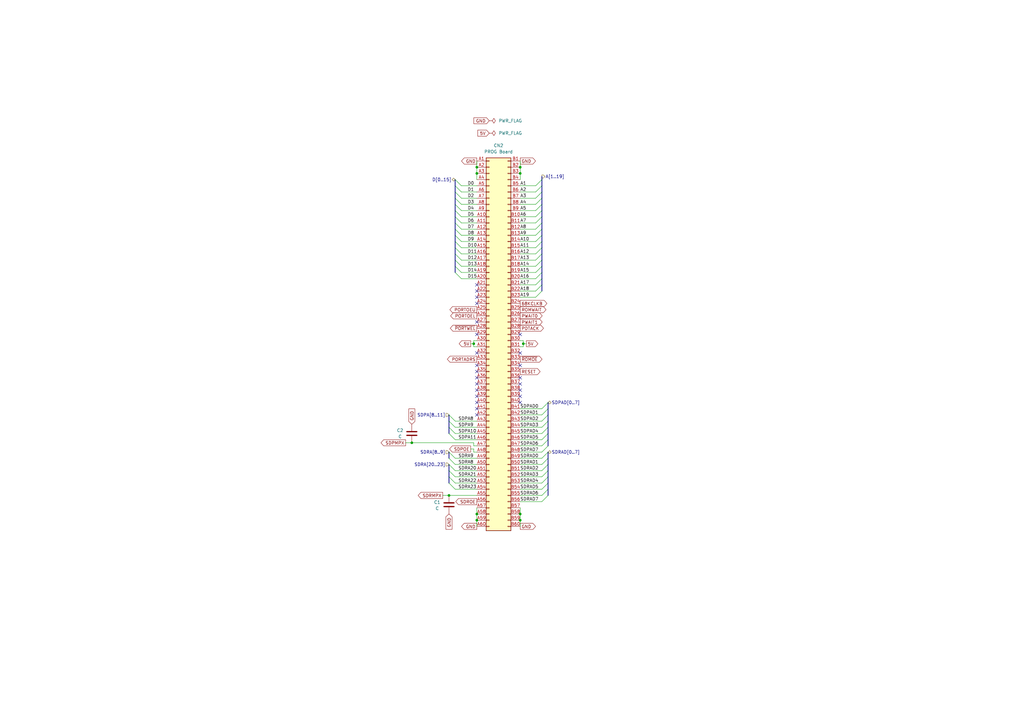
<source format=kicad_sch>
(kicad_sch (version 20250114) (generator "eeschema") (generator_version "9.0")
  (paper "A3")
  (title_block (title "King of Fighters '97 - PROGBK1") (date "2025-02-14") (comment 1 "Not an original schematic") (comment 2 "Reversed from physical copy"))
  (lib_symbols
    (symbol "Device:C" (pin_numbers (hide yes)) (pin_names (offset 0.254))
      (property "Reference" "C" (at 0.635 2.54 0))
      (property "Value" "C" (at 0.635 -2.54 0))
      (symbol "C_0_1"
        (polyline (pts (xy -2.032 0.762) (xy 2.032 0.762)) (stroke (width 0.508)))
        (polyline (pts (xy -2.032 -0.762) (xy 2.032 -0.762)) (stroke (width 0.508)))
      )
      (symbol "C_1_1"
        (pin passive line (at 0 3.81 270) (length 2.794) (name "~") (number "1"))
        (pin passive line (at 0 -3.81 90) (length 2.794) (name "~") (number "2"))
      )
    )
    (symbol "Neo Geo:Cartridge Slot_2x60" (pin_names (offset 1.016) (hide yes))
      (property "Reference" "CN" (at 0 76.2 0))
      (property "Value" "Cartridge_Slot_2x60" (at -0.254 -79.756 0))
      (symbol "Cartridge Slot_2x60_1_1"
        (rectangle (start -5.08 74.93) (end 5.08 -77.978) (stroke (width 0.254)) (fill (type background)))
        (rectangle (start -5.08 73.787) (end -3.81 73.533) (stroke (width 0.1524)))
        (rectangle (start -5.08 71.247) (end -3.81 70.993) (stroke (width 0.1524)))
        (rectangle (start -5.08 68.707) (end -3.81 68.453) (stroke (width 0.1524)))
        (rectangle (start -5.08 66.167) (end -3.81 65.913) (stroke (width 0.1524)))
        (rectangle (start -5.08 63.627) (end -3.81 63.373) (stroke (width 0.1524)))
        (rectangle (start -5.08 61.087) (end -3.81 60.833) (stroke (width 0.1524)))
        (rectangle (start -5.08 58.547) (end -3.81 58.293) (stroke (width 0.1524)))
        (rectangle (start -5.08 56.007) (end -3.81 55.753) (stroke (width 0.1524)))
        (rectangle (start -5.08 53.467) (end -3.81 53.213) (stroke (width 0.1524)))
        (rectangle (start -5.08 50.927) (end -3.81 50.673) (stroke (width 0.1524)))
        (rectangle (start -5.08 48.387) (end -3.81 48.133) (stroke (width 0.1524)))
        (rectangle (start -5.08 45.847) (end -3.81 45.593) (stroke (width 0.1524)))
        (rectangle (start -5.08 43.307) (end -3.81 43.053) (stroke (width 0.1524)))
        (rectangle (start -5.08 40.767) (end -3.81 40.513) (stroke (width 0.1524)))
        (rectangle (start -5.08 38.227) (end -3.81 37.973) (stroke (width 0.1524)))
        (rectangle (start -5.08 35.687) (end -3.81 35.433) (stroke (width 0.1524)))
        (rectangle (start -5.08 33.147) (end -3.81 32.893) (stroke (width 0.1524)))
        (rectangle (start -5.08 30.607) (end -3.81 30.353) (stroke (width 0.1524)))
        (rectangle (start -5.08 28.067) (end -3.81 27.813) (stroke (width 0.1524)))
        (rectangle (start -5.08 25.527) (end -3.81 25.273) (stroke (width 0.1524)))
        (rectangle (start -5.08 22.987) (end -3.81 22.733) (stroke (width 0.1524)))
        (rectangle (start -5.08 20.447) (end -3.81 20.193) (stroke (width 0.1524)))
        (rectangle (start -5.08 17.907) (end -3.81 17.653) (stroke (width 0.1524)))
        (rectangle (start -5.08 15.367) (end -3.81 15.113) (stroke (width 0.1524)))
        (rectangle (start -5.08 12.827) (end -3.81 12.573) (stroke (width 0.1524)))
        (rectangle (start -5.08 10.287) (end -3.81 10.033) (stroke (width 0.1524)))
        (rectangle (start -5.08 7.747) (end -3.81 7.493) (stroke (width 0.1524)))
        (rectangle (start -5.08 5.207) (end -3.81 4.953) (stroke (width 0.1524)))
        (rectangle (start -5.08 2.667) (end -3.81 2.413) (stroke (width 0.1524)))
        (rectangle (start -5.08 0.127) (end -3.81 -0.127) (stroke (width 0.1524)))
        (rectangle (start -5.08 -2.413) (end -3.81 -2.667) (stroke (width 0.1524)))
        (rectangle (start -5.08 -4.953) (end -3.81 -5.207) (stroke (width 0.1524)))
        (rectangle (start -5.08 -7.493) (end -3.81 -7.747) (stroke (width 0.1524)))
        (rectangle (start -5.08 -10.033) (end -3.81 -10.287) (stroke (width 0.1524)))
        (rectangle (start -5.08 -12.573) (end -3.81 -12.827) (stroke (width 0.1524)))
        (rectangle (start -5.08 -15.113) (end -3.81 -15.367) (stroke (width 0.1524)))
        (rectangle (start -5.08 -17.653) (end -3.81 -17.907) (stroke (width 0.1524)))
        (rectangle (start -5.08 -20.193) (end -3.81 -20.447) (stroke (width 0.1524)))
        (rectangle (start -5.08 -22.733) (end -3.81 -22.987) (stroke (width 0.1524)))
        (rectangle (start -5.08 -25.273) (end -3.81 -25.527) (stroke (width 0.1524)))
        (rectangle (start -5.08 -27.813) (end -3.81 -28.067) (stroke (width 0.1524)))
        (rectangle (start -5.08 -30.353) (end -3.81 -30.607) (stroke (width 0.1524)))
        (rectangle (start -5.08 -32.893) (end -3.81 -33.147) (stroke (width 0.1524)))
        (rectangle (start -5.08 -35.433) (end -3.81 -35.687) (stroke (width 0.1524)))
        (rectangle (start -5.08 -37.973) (end -3.81 -38.227) (stroke (width 0.1524)))
        (rectangle (start -5.08 -40.513) (end -3.81 -40.767) (stroke (width 0.1524)))
        (rectangle (start -5.08 -43.053) (end -3.81 -43.307) (stroke (width 0.1524)))
        (rectangle (start -5.08 -45.593) (end -3.81 -45.847) (stroke (width 0.1524)))
        (rectangle (start -5.08 -48.133) (end -3.81 -48.387) (stroke (width 0.1524)))
        (rectangle (start -5.08 -50.673) (end -3.81 -50.927) (stroke (width 0.1524)))
        (rectangle (start -5.08 -53.213) (end -3.81 -53.467) (stroke (width 0.1524)))
        (rectangle (start -5.08 -55.7276) (end -3.81 -56.007) (stroke (width 0.1524)))
        (rectangle (start -5.08 -58.293) (end -3.81 -58.547) (stroke (width 0.1524)))
        (rectangle (start -5.08 -60.833) (end -3.81 -61.087) (stroke (width 0.1524)))
        (rectangle (start -5.08 -63.373) (end -3.81 -63.627) (stroke (width 0.1524)))
        (rectangle (start -5.08 -65.913) (end -3.81 -66.167) (stroke (width 0.1524)))
        (rectangle (start -5.08 -68.453) (end -3.81 -68.707) (stroke (width 0.1524)))
        (rectangle (start -5.08 -70.993) (end -3.81 -71.247) (stroke (width 0.1524)))
        (rectangle (start -5.08 -73.533) (end -3.81 -73.787) (stroke (width 0.1524)))
        (rectangle (start -5.08 -76.073) (end -3.81 -76.327) (stroke (width 0.1524)))
        (rectangle (start 3.81 -50.673) (end 5.08 -50.927) (stroke (width 0.1524)))
        (rectangle (start 3.81 -53.213) (end 5.08 -53.467) (stroke (width 0.1524)))
        (rectangle (start 3.81 -55.753) (end 5.08 -56.007) (stroke (width 0.1524)))
        (rectangle (start 3.81 -58.293) (end 5.08 -58.547) (stroke (width 0.1524)))
        (rectangle (start 3.81 -60.833) (end 5.08 -61.087) (stroke (width 0.1524)))
        (rectangle (start 3.81 -63.373) (end 5.08 -63.627) (stroke (width 0.1524)))
        (rectangle (start 3.81 -65.913) (end 5.08 -66.167) (stroke (width 0.1524)))
        (rectangle (start 3.81 -68.453) (end 5.08 -68.707) (stroke (width 0.1524)))
        (rectangle (start 3.81 -70.993) (end 5.08 -71.247) (stroke (width 0.1524)))
        (rectangle (start 3.81 -73.533) (end 5.08 -73.787) (stroke (width 0.1524)))
        (rectangle (start 3.81 -76.073) (end 5.08 -76.327) (stroke (width 0.1524)))
        (rectangle (start 5.08 73.787) (end 3.81 73.533) (stroke (width 0.1524)))
        (rectangle (start 5.08 71.247) (end 3.81 70.993) (stroke (width 0.1524)))
        (rectangle (start 5.08 68.707) (end 3.81 68.453) (stroke (width 0.1524)))
        (rectangle (start 5.08 66.167) (end 3.81 65.913) (stroke (width 0.1524)))
        (rectangle (start 5.08 63.627) (end 3.81 63.373) (stroke (width 0.1524)))
        (rectangle (start 5.08 61.087) (end 3.81 60.833) (stroke (width 0.1524)))
        (rectangle (start 5.08 58.547) (end 3.81 58.293) (stroke (width 0.1524)))
        (rectangle (start 5.08 56.007) (end 3.81 55.753) (stroke (width 0.1524)))
        (rectangle (start 5.08 53.467) (end 3.81 53.213) (stroke (width 0.1524)))
        (rectangle (start 5.08 50.927) (end 3.81 50.673) (stroke (width 0.1524)))
        (rectangle (start 5.08 48.387) (end 3.81 48.133) (stroke (width 0.1524)))
        (rectangle (start 5.08 45.847) (end 3.81 45.593) (stroke (width 0.1524)))
        (rectangle (start 5.08 43.307) (end 3.81 43.053) (stroke (width 0.1524)))
        (rectangle (start 5.08 40.767) (end 3.81 40.513) (stroke (width 0.1524)))
        (rectangle (start 5.08 38.227) (end 3.81 37.973) (stroke (width 0.1524)))
        (rectangle (start 5.08 35.687) (end 3.81 35.433) (stroke (width 0.1524)))
        (rectangle (start 5.08 33.147) (end 3.81 32.893) (stroke (width 0.1524)))
        (rectangle (start 5.08 30.607) (end 3.81 30.353) (stroke (width 0.1524)))
        (rectangle (start 5.08 28.067) (end 3.81 27.813) (stroke (width 0.1524)))
        (rectangle (start 5.08 25.527) (end 3.81 25.273) (stroke (width 0.1524)))
        (rectangle (start 5.08 22.987) (end 3.81 22.733) (stroke (width 0.1524)))
        (rectangle (start 5.08 20.447) (end 3.81 20.193) (stroke (width 0.1524)))
        (rectangle (start 5.08 17.907) (end 3.81 17.653) (stroke (width 0.1524)))
        (rectangle (start 5.08 15.367) (end 3.81 15.113) (stroke (width 0.1524)))
        (rectangle (start 5.08 12.827) (end 3.81 12.573) (stroke (width 0.1524)))
        (rectangle (start 5.08 10.287) (end 3.81 10.033) (stroke (width 0.1524)))
        (rectangle (start 5.08 7.747) (end 3.81 7.493) (stroke (width 0.1524)))
        (rectangle (start 5.08 5.207) (end 3.81 4.953) (stroke (width 0.1524)))
        (rectangle (start 5.08 2.667) (end 3.81 2.413) (stroke (width 0.1524)))
        (rectangle (start 5.08 0.127) (end 3.81 -0.127) (stroke (width 0.1524)))
        (rectangle (start 5.08 -2.413) (end 3.81 -2.667) (stroke (width 0.1524)))
        (rectangle (start 5.08 -4.953) (end 3.81 -5.207) (stroke (width 0.1524)))
        (rectangle (start 5.08 -7.493) (end 3.81 -7.747) (stroke (width 0.1524)))
        (rectangle (start 5.08 -10.033) (end 3.81 -10.287) (stroke (width 0.1524)))
        (rectangle (start 5.08 -12.573) (end 3.81 -12.827) (stroke (width 0.1524)))
        (rectangle (start 5.08 -15.113) (end 3.81 -15.367) (stroke (width 0.1524)))
        (rectangle (start 5.08 -17.653) (end 3.81 -17.907) (stroke (width 0.1524)))
        (rectangle (start 5.08 -20.193) (end 3.81 -20.447) (stroke (width 0.1524)))
        (rectangle (start 5.08 -22.733) (end 3.81 -22.987) (stroke (width 0.1524)))
        (rectangle (start 5.08 -25.273) (end 3.81 -25.527) (stroke (width 0.1524)))
        (rectangle (start 5.08 -27.813) (end 3.81 -28.067) (stroke (width 0.1524)))
        (rectangle (start 5.08 -30.353) (end 3.81 -30.607) (stroke (width 0.1524)))
        (rectangle (start 5.08 -32.893) (end 3.81 -33.147) (stroke (width 0.1524)))
        (rectangle (start 5.08 -35.433) (end 3.81 -35.687) (stroke (width 0.1524)))
        (rectangle (start 5.08 -37.973) (end 3.81 -38.227) (stroke (width 0.1524)))
        (rectangle (start 5.08 -40.513) (end 3.81 -40.767) (stroke (width 0.1524)))
        (rectangle (start 5.08 -43.053) (end 3.81 -43.307) (stroke (width 0.1524)))
        (rectangle (start 5.08 -45.593) (end 3.81 -45.847) (stroke (width 0.1524)))
        (rectangle (start 5.08 -48.133) (end 3.81 -48.387) (stroke (width 0.1524)))
        (pin passive line (at -8.89 73.66 0) (length 3.81) (name "A1") (number "A1"))
        (pin passive line (at -8.89 71.12 0) (length 3.81) (name "A2") (number "A2"))
        (pin passive line (at -8.89 68.58 0) (length 3.81) (name "A3") (number "A3"))
        (pin passive line (at -8.89 66.04 0) (length 3.81) (name "A4") (number "A4"))
        (pin passive line (at -8.89 63.5 0) (length 3.81) (name "A5") (number "A5"))
        (pin passive line (at -8.89 60.96 0) (length 3.81) (name "A6") (number "A6"))
        (pin passive line (at -8.89 58.42 0) (length 3.81) (name "A7") (number "A7"))
        (pin passive line (at -8.89 55.88 0) (length 3.81) (name "A8") (number "A8"))
        (pin passive line (at -8.89 53.34 0) (length 3.81) (name "A9") (number "A9"))
        (pin passive line (at -8.89 50.8 0) (length 3.81) (name "A10") (number "A10"))
        (pin passive line (at -8.89 48.26 0) (length 3.81) (name "A11") (number "A11"))
        (pin passive line (at -8.89 45.72 0) (length 3.81) (name "A12") (number "A12"))
        (pin passive line (at -8.89 43.18 0) (length 3.81) (name "A13") (number "A13"))
        (pin passive line (at -8.89 40.64 0) (length 3.81) (name "A14") (number "A14"))
        (pin passive line (at -8.89 38.1 0) (length 3.81) (name "A15") (number "A15"))
        (pin passive line (at -8.89 35.56 0) (length 3.81) (name "A16") (number "A16"))
        (pin passive line (at -8.89 33.02 0) (length 3.81) (name "A17") (number "A17"))
        (pin passive line (at -8.89 30.48 0) (length 3.81) (name "A18") (number "A18"))
        (pin passive line (at -8.89 27.94 0) (length 3.81) (name "A19") (number "A19"))
        (pin passive line (at -8.89 25.4 0) (length 3.81) (name "A20") (number "A20"))
        (pin passive line (at -8.89 22.86 0) (length 3.81) (name "A21") (number "A21"))
        (pin passive line (at -8.89 20.32 0) (length 3.81) (name "A22") (number "A22"))
        (pin passive line (at -8.89 17.78 0) (length 3.81) (name "A23") (number "A23"))
        (pin passive line (at -8.89 15.24 0) (length 3.81) (name "A24") (number "A24"))
        (pin passive line (at -8.89 12.7 0) (length 3.81) (name "A25") (number "A25"))
        (pin passive line (at -8.89 10.16 0) (length 3.81) (name "A26") (number "A26"))
        (pin passive line (at -8.89 7.62 0) (length 3.81) (name "A27") (number "A27"))
        (pin passive line (at -8.89 5.08 0) (length 3.81) (name "A28") (number "A28"))
        (pin passive line (at -8.89 2.54 0) (length 3.81) (name "A29") (number "A29"))
        (pin passive line (at -8.89 0 0) (length 3.81) (name "A30") (number "A30"))
        (pin passive line (at -8.89 -2.54 0) (length 3.81) (name "A31") (number "A31"))
        (pin passive line (at -8.89 -5.08 0) (length 3.81) (name "A32") (number "A32"))
        (pin passive line (at -8.89 -7.62 0) (length 3.81) (name "A33") (number "A33"))
        (pin passive line (at -8.89 -10.16 0) (length 3.81) (name "A34") (number "A34"))
        (pin passive line (at -8.89 -12.7 0) (length 3.81) (name "A35") (number "A35"))
        (pin passive line (at -8.89 -15.24 0) (length 3.81) (name "A36") (number "A36"))
        (pin passive line (at -8.89 -17.78 0) (length 3.81) (name "A37") (number "A37"))
        (pin passive line (at -8.89 -20.32 0) (length 3.81) (name "A38") (number "A38"))
        (pin passive line (at -8.89 -22.86 0) (length 3.81) (name "A39") (number "A39"))
        (pin passive line (at -8.89 -25.4 0) (length 3.81) (name "A40") (number "A40"))
        (pin passive line (at -8.89 -27.94 0) (length 3.81) (name "A41") (number "A41"))
        (pin passive line (at -8.89 -30.48 0) (length 3.81) (name "A42") (number "A42"))
        (pin passive line (at -8.89 -33.02 0) (length 3.81) (name "A43") (number "A43"))
        (pin passive line (at -8.89 -35.56 0) (length 3.81) (name "A44") (number "A44"))
        (pin passive line (at -8.89 -38.1 0) (length 3.81) (name "A45") (number "A45"))
        (pin passive line (at -8.89 -40.64 0) (length 3.81) (name "A46") (number "A46"))
        (pin passive line (at -8.89 -43.18 0) (length 3.81) (name "A47") (number "A47"))
        (pin passive line (at -8.89 -45.72 0) (length 3.81) (name "A48") (number "A48"))
        (pin passive line (at -8.89 -48.26 0) (length 3.81) (name "A49") (number "A49"))
        (pin passive line (at -8.89 -50.8 0) (length 3.81) (name "A50") (number "A50"))
        (pin passive line (at -8.89 -53.34 0) (length 3.81) (name "A51") (number "A51"))
        (pin passive line (at -8.89 -55.88 0) (length 3.81) (name "A52") (number "A52"))
        (pin passive line (at -8.89 -58.42 0) (length 3.81) (name "A53") (number "A53"))
        (pin passive line (at -8.89 -60.96 0) (length 3.81) (name "A54") (number "A54"))
        (pin passive line (at -8.89 -63.5 0) (length 3.81) (name "A55") (number "A55"))
        (pin passive line (at -8.89 -66.04 0) (length 3.81) (name "A56") (number "A56"))
        (pin passive line (at -8.89 -68.58 0) (length 3.81) (name "A57") (number "A57"))
        (pin passive line (at -8.89 -71.12 0) (length 3.81) (name "A58") (number "A58"))
        (pin passive line (at -8.89 -73.66 0) (length 3.81) (name "A59") (number "A59"))
        (pin passive line (at -8.89 -76.2 0) (length 3.81) (name "A60") (number "A60"))
        (pin passive line (at 8.89 73.66 180) (length 3.81) (name "B1") (number "B1"))
        (pin passive line (at 8.89 71.12 180) (length 3.81) (name "B2") (number "B2"))
        (pin passive line (at 8.89 68.58 180) (length 3.81) (name "B3") (number "B3"))
        (pin passive line (at 8.89 66.04 180) (length 3.81) (name "B4") (number "B4"))
        (pin passive line (at 8.89 63.5 180) (length 3.81) (name "B5") (number "B5"))
        (pin passive line (at 8.89 60.96 180) (length 3.81) (name "B6") (number "B6"))
        (pin passive line (at 8.89 58.42 180) (length 3.81) (name "B7") (number "B7"))
        (pin passive line (at 8.89 55.88 180) (length 3.81) (name "B8") (number "B8"))
        (pin passive line (at 8.89 53.34 180) (length 3.81) (name "B9") (number "B9"))
        (pin passive line (at 8.89 50.8 180) (length 3.81) (name "B10") (number "B10"))
        (pin passive line (at 8.89 48.26 180) (length 3.81) (name "B11") (number "B11"))
        (pin passive line (at 8.89 45.72 180) (length 3.81) (name "B12") (number "B12"))
        (pin passive line (at 8.89 43.18 180) (length 3.81) (name "B13") (number "B13"))
        (pin passive line (at 8.89 40.64 180) (length 3.81) (name "B14") (number "B14"))
        (pin passive line (at 8.89 38.1 180) (length 3.81) (name "B15") (number "B15"))
        (pin passive line (at 8.89 35.56 180) (length 3.81) (name "B16") (number "B16"))
        (pin passive line (at 8.89 33.02 180) (length 3.81) (name "B17") (number "B17"))
        (pin passive line (at 8.89 30.48 180) (length 3.81) (name "B18") (number "B18"))
        (pin passive line (at 8.89 27.94 180) (length 3.81) (name "B19") (number "B19"))
        (pin passive line (at 8.89 25.4 180) (length 3.81) (name "B20") (number "B20"))
        (pin passive line (at 8.89 22.86 180) (length 3.81) (name "B21") (number "B21"))
        (pin passive line (at 8.89 20.32 180) (length 3.81) (name "B22") (number "B22"))
        (pin passive line (at 8.89 17.78 180) (length 3.81) (name "B23") (number "B23"))
        (pin passive line (at 8.89 15.24 180) (length 3.81) (name "B24") (number "B24"))
        (pin passive line (at 8.89 12.7 180) (length 3.81) (name "B25") (number "B25"))
        (pin passive line (at 8.89 10.16 180) (length 3.81) (name "B26") (number "B26"))
        (pin passive line (at 8.89 7.62 180) (length 3.81) (name "B27") (number "B27"))
        (pin passive line (at 8.89 5.08 180) (length 3.81) (name "B28") (number "B28"))
        (pin passive line (at 8.89 2.54 180) (length 3.81) (name "B29") (number "B29"))
        (pin passive line (at 8.89 0 180) (length 3.81) (name "B30") (number "B30"))
        (pin passive line (at 8.89 -2.54 180) (length 3.81) (name "B31") (number "B31"))
        (pin passive line (at 8.89 -5.08 180) (length 3.81) (name "B32") (number "B32"))
        (pin passive line (at 8.89 -7.62 180) (length 3.81) (name "B33") (number "B33"))
        (pin passive line (at 8.89 -10.16 180) (length 3.81) (name "B34") (number "B34"))
        (pin passive line (at 8.89 -12.7 180) (length 3.81) (name "B35") (number "B35"))
        (pin passive line (at 8.89 -15.24 180) (length 3.81) (name "B36") (number "B36"))
        (pin passive line (at 8.89 -17.78 180) (length 3.81) (name "B37") (number "B37"))
        (pin passive line (at 8.89 -20.32 180) (length 3.81) (name "B38") (number "B38"))
        (pin passive line (at 8.89 -22.86 180) (length 3.81) (name "B39") (number "B39"))
        (pin passive line (at 8.89 -25.4 180) (length 3.81) (name "B40") (number "B40"))
        (pin passive line (at 8.89 -27.94 180) (length 3.81) (name "B41") (number "B41"))
        (pin passive line (at 8.89 -30.48 180) (length 3.81) (name "B42") (number "B42"))
        (pin passive line (at 8.89 -33.02 180) (length 3.81) (name "B43") (number "B43"))
        (pin passive line (at 8.89 -35.56 180) (length 3.81) (name "B44") (number "B44"))
        (pin passive line (at 8.89 -38.1 180) (length 3.81) (name "B45") (number "B45"))
        (pin passive line (at 8.89 -40.64 180) (length 3.81) (name "B46") (number "B46"))
        (pin passive line (at 8.89 -43.18 180) (length 3.81) (name "B47") (number "B47"))
        (pin passive line (at 8.89 -45.72 180) (length 3.81) (name "B48") (number "B48"))
        (pin passive line (at 8.89 -48.26 180) (length 3.81) (name "B49") (number "B49"))
        (pin passive line (at 8.89 -50.8 180) (length 3.81) (name "B50") (number "B50"))
        (pin passive line (at 8.89 -53.34 180) (length 3.81) (name "B51") (number "B51"))
        (pin passive line (at 8.89 -55.88 180) (length 3.81) (name "B52") (number "B52"))
        (pin passive line (at 8.89 -58.42 180) (length 3.81) (name "B53") (number "B53"))
        (pin passive line (at 8.89 -60.96 180) (length 3.81) (name "B54") (number "B54"))
        (pin passive line (at 8.89 -63.5 180) (length 3.81) (name "B55") (number "B55"))
        (pin passive line (at 8.89 -66.04 180) (length 3.81) (name "B56") (number "B56"))
        (pin passive line (at 8.89 -68.58 180) (length 3.81) (name "B57") (number "B57"))
        (pin passive line (at 8.89 -71.12 180) (length 3.81) (name "B58") (number "B58"))
        (pin passive line (at 8.89 -73.66 180) (length 3.81) (name "B59") (number "B59"))
        (pin passive line (at 8.89 -76.2 180) (length 3.81) (name "B60") (number "B60"))
      )
    )
    (symbol "power:PWR_FLAG" (power) (pin_numbers (hide yes)) (pin_names (offset 0) (hide yes))
      (property "Value" "PWR_FLAG" (at 0 3.81 0))
      (symbol "PWR_FLAG_0_0"
        (pin power_out line (at 0 0 90) (length 0) (name "~") (number "1"))
      )
      (symbol "PWR_FLAG_0_1"
        (polyline (pts (xy 0 0) (xy 0 1.27) (xy -1.016 1.905) (xy 0 2.54) (xy 1.016 1.905) (xy 0 1.27)))
      )
    )
  )
  (junction (at 213.36 68.58))
  (junction (at 213.36 71.12))
  (junction (at 213.36 210.82))
  (junction (at 213.36 213.36))
  (junction (at 168.91 181.61))
  (junction (at 195.58 68.58))
  (junction (at 195.58 71.12))
  (junction (at 195.58 210.82))
  (junction (at 194.31 140.97))
  (junction (at 214.63 140.97))
  (junction (at 195.58 213.36))
  (junction (at 184.15 203.2))
  (no_connect (at 195.58 157.48))
  (no_connect (at 195.58 152.4))
  (no_connect (at 195.58 167.64))
  (no_connect (at 195.58 154.94))
  (no_connect (at 213.36 149.86))
  (no_connect (at 213.36 144.78))
  (no_connect (at 195.58 165.1))
  (no_connect (at 195.58 162.56))
  (no_connect (at 195.58 144.78))
  (no_connect (at 213.36 162.56))
  (no_connect (at 213.36 154.94))
  (no_connect (at 213.36 165.1))
  (no_connect (at 195.58 132.08))
  (no_connect (at 213.36 160.02))
  (no_connect (at 195.58 124.46))
  (no_connect (at 195.58 170.18))
  (no_connect (at 195.58 160.02))
  (no_connect (at 195.58 116.84))
  (no_connect (at 195.58 119.38))
  (no_connect (at 195.58 137.16))
  (no_connect (at 195.58 121.92))
  (no_connect (at 195.58 149.86))
  (no_connect (at 213.36 157.48))
  (no_connect (at 213.36 137.16))
  (bus_entry (at 224.79 193.04) (size -2.54 2.54))
  (bus_entry (at 224.79 180.34) (size -2.54 2.54))
  (bus_entry (at 184.15 195.58) (size 2.54 2.54))
  (bus_entry (at 186.69 109.22) (size 2.54 2.54))
  (bus_entry (at 186.69 106.68) (size 2.54 2.54))
  (bus_entry (at 186.69 91.44) (size 2.54 2.54))
  (bus_entry (at 222.25 111.76) (size -2.54 2.54))
  (bus_entry (at 224.79 200.66) (size -2.54 2.54))
  (bus_entry (at 222.25 114.3) (size -2.54 2.54))
  (bus_entry (at 224.79 167.64) (size -2.54 2.54))
  (bus_entry (at 186.69 78.74) (size 2.54 2.54))
  (bus_entry (at 222.25 99.06) (size -2.54 2.54))
  (bus_entry (at 184.15 170.18) (size 2.54 2.54))
  (bus_entry (at 184.15 190.5) (size 2.54 2.54))
  (bus_entry (at 186.69 88.9) (size 2.54 2.54))
  (bus_entry (at 186.69 83.82) (size 2.54 2.54))
  (bus_entry (at 222.25 101.6) (size -2.54 2.54))
  (bus_entry (at 222.25 93.98) (size -2.54 2.54))
  (bus_entry (at 224.79 175.26) (size -2.54 2.54))
  (bus_entry (at 224.79 185.42) (size -2.54 2.54))
  (bus_entry (at 184.15 193.04) (size 2.54 2.54))
  (bus_entry (at 222.25 106.68) (size -2.54 2.54))
  (bus_entry (at 222.25 104.14) (size -2.54 2.54))
  (bus_entry (at 222.25 86.36) (size -2.54 2.54))
  (bus_entry (at 186.69 81.28) (size 2.54 2.54))
  (bus_entry (at 222.25 81.28) (size -2.54 2.54))
  (bus_entry (at 222.25 91.44) (size -2.54 2.54))
  (bus_entry (at 224.79 190.5) (size -2.54 2.54))
  (bus_entry (at 184.15 175.26) (size 2.54 2.54))
  (bus_entry (at 224.79 187.96) (size -2.54 2.54))
  (bus_entry (at 184.15 177.8) (size 2.54 2.54))
  (bus_entry (at 186.69 73.66) (size 2.54 2.54))
  (bus_entry (at 222.25 76.2) (size -2.54 2.54))
  (bus_entry (at 186.69 86.36) (size 2.54 2.54))
  (bus_entry (at 224.79 198.12) (size -2.54 2.54))
  (bus_entry (at 186.69 104.14) (size 2.54 2.54))
  (bus_entry (at 186.69 111.76) (size 2.54 2.54))
  (bus_entry (at 224.79 195.58) (size -2.54 2.54))
  (bus_entry (at 186.69 76.2) (size 2.54 2.54))
  (bus_entry (at 224.79 203.2) (size -2.54 2.54))
  (bus_entry (at 224.79 170.18) (size -2.54 2.54))
  (bus_entry (at 184.15 187.96) (size 2.54 2.54))
  (bus_entry (at 186.69 99.06) (size 2.54 2.54))
  (bus_entry (at 224.79 172.72) (size -2.54 2.54))
  (bus_entry (at 184.15 198.12) (size 2.54 2.54))
  (bus_entry (at 222.25 78.74) (size -2.54 2.54))
  (bus_entry (at 222.25 83.82) (size -2.54 2.54))
  (bus_entry (at 186.69 101.6) (size 2.54 2.54))
  (bus_entry (at 222.25 109.22) (size -2.54 2.54))
  (bus_entry (at 186.69 96.52) (size 2.54 2.54))
  (bus_entry (at 186.69 93.98) (size 2.54 2.54))
  (bus_entry (at 184.15 185.42) (size 2.54 2.54))
  (bus_entry (at 222.25 88.9) (size -2.54 2.54))
  (bus_entry (at 224.79 182.88) (size -2.54 2.54))
  (bus_entry (at 222.25 96.52) (size -2.54 2.54))
  (bus_entry (at 222.25 73.66) (size -2.54 2.54))
  (bus_entry (at 222.25 116.84) (size -2.54 2.54))
  (bus_entry (at 224.79 165.1) (size -2.54 2.54))
  (bus_entry (at 224.79 177.8) (size -2.54 2.54))
  (bus_entry (at 184.15 172.72) (size 2.54 2.54))
  (bus_entry (at 222.25 119.38) (size -2.54 2.54))
  (wire (pts (xy 189.23 101.6) (xy 195.58 101.6)))
  (wire (pts (xy 213.36 205.74) (xy 222.25 205.74)))
  (wire (pts (xy 213.36 71.12) (xy 213.36 73.66)))
  (bus (pts (xy 224.79 175.26) (xy 224.79 177.8)))
  (wire (pts (xy 189.23 78.74) (xy 195.58 78.74)))
  (wire (pts (xy 186.69 190.5) (xy 195.58 190.5)))
  (bus (pts (xy 222.25 91.44) (xy 222.25 93.98)))
  (bus (pts (xy 222.25 78.74) (xy 222.25 81.28)))
  (bus (pts (xy 222.25 76.2) (xy 222.25 78.74)))
  (bus (pts (xy 186.69 83.82) (xy 186.69 86.36)))
  (wire (pts (xy 189.23 76.2) (xy 195.58 76.2)))
  (wire (pts (xy 193.04 184.15) (xy 194.31 184.15)))
  (wire (pts (xy 194.31 139.7) (xy 194.31 140.97)))
  (wire (pts (xy 214.63 142.24) (xy 213.36 142.24)))
  (bus (pts (xy 184.15 170.18) (xy 184.15 172.72)))
  (wire (pts (xy 213.36 111.76) (xy 219.71 111.76)))
  (bus (pts (xy 186.69 86.36) (xy 186.69 88.9)))
  (wire (pts (xy 213.36 213.36) (xy 213.36 210.82)))
  (bus (pts (xy 186.69 93.98) (xy 186.69 96.52)))
  (bus (pts (xy 224.79 193.04) (xy 224.79 195.58)))
  (wire (pts (xy 214.63 139.7) (xy 213.36 139.7)))
  (wire (pts (xy 215.9 140.97) (xy 214.63 140.97)))
  (wire (pts (xy 213.36 106.68) (xy 219.71 106.68)))
  (wire (pts (xy 194.31 184.15) (xy 194.31 185.42)))
  (bus (pts (xy 186.69 96.52) (xy 186.69 99.06)))
  (wire (pts (xy 213.36 114.3) (xy 219.71 114.3)))
  (wire (pts (xy 194.31 140.97) (xy 194.31 142.24)))
  (bus (pts (xy 186.69 76.2) (xy 186.69 78.74)))
  (wire (pts (xy 186.69 180.34) (xy 195.58 180.34)))
  (wire (pts (xy 186.69 195.58) (xy 195.58 195.58)))
  (bus (pts (xy 224.79 195.58) (xy 224.79 198.12)))
  (bus (pts (xy 222.25 109.22) (xy 222.25 111.76)))
  (bus (pts (xy 186.69 99.06) (xy 186.69 101.6)))
  (wire (pts (xy 189.23 83.82) (xy 195.58 83.82)))
  (bus (pts (xy 186.69 106.68) (xy 186.69 109.22)))
  (wire (pts (xy 213.36 101.6) (xy 219.71 101.6)))
  (wire (pts (xy 189.23 86.36) (xy 195.58 86.36)))
  (bus (pts (xy 224.79 177.8) (xy 224.79 180.34)))
  (wire (pts (xy 213.36 185.42) (xy 222.25 185.42)))
  (wire (pts (xy 213.36 198.12) (xy 222.25 198.12)))
  (wire (pts (xy 213.36 200.66) (xy 222.25 200.66)))
  (wire (pts (xy 213.36 210.82) (xy 213.36 208.28)))
  (bus (pts (xy 184.15 195.58) (xy 184.15 198.12)))
  (wire (pts (xy 195.58 71.12) (xy 195.58 73.66)))
  (wire (pts (xy 184.15 203.2) (xy 195.58 203.2)))
  (bus (pts (xy 224.79 180.34) (xy 224.79 182.88)))
  (wire (pts (xy 219.71 121.92) (xy 213.36 121.92)))
  (wire (pts (xy 213.36 91.44) (xy 219.71 91.44)))
  (wire (pts (xy 189.23 93.98) (xy 195.58 93.98)))
  (wire (pts (xy 213.36 109.22) (xy 219.71 109.22)))
  (wire (pts (xy 195.58 66.04) (xy 195.58 68.58)))
  (wire (pts (xy 213.36 81.28) (xy 219.71 81.28)))
  (bus (pts (xy 224.79 172.72) (xy 224.79 175.26)))
  (wire (pts (xy 186.69 172.72) (xy 195.58 172.72)))
  (bus (pts (xy 186.69 109.22) (xy 186.69 111.76)))
  (bus (pts (xy 184.15 172.72) (xy 184.15 175.26)))
  (bus (pts (xy 222.25 106.68) (xy 222.25 109.22)))
  (wire (pts (xy 189.23 88.9) (xy 195.58 88.9)))
  (bus (pts (xy 186.69 78.74) (xy 186.69 81.28)))
  (wire (pts (xy 213.36 175.26) (xy 222.25 175.26)))
  (bus (pts (xy 224.79 200.66) (xy 224.79 203.2)))
  (wire (pts (xy 213.36 93.98) (xy 219.71 93.98)))
  (wire (pts (xy 195.58 210.82) (xy 195.58 208.28)))
  (wire (pts (xy 213.36 88.9) (xy 219.71 88.9)))
  (wire (pts (xy 189.23 96.52) (xy 195.58 96.52)))
  (wire (pts (xy 213.36 193.04) (xy 222.25 193.04)))
  (wire (pts (xy 189.23 106.68) (xy 195.58 106.68)))
  (bus (pts (xy 222.25 111.76) (xy 222.25 114.3)))
  (bus (pts (xy 224.79 165.1) (xy 224.79 167.64)))
  (wire (pts (xy 213.36 116.84) (xy 219.71 116.84)))
  (wire (pts (xy 213.36 195.58) (xy 222.25 195.58)))
  (wire (pts (xy 213.36 167.64) (xy 222.25 167.64)))
  (wire (pts (xy 186.69 200.66) (xy 195.58 200.66)))
  (wire (pts (xy 213.36 104.14) (xy 219.71 104.14)))
  (wire (pts (xy 186.69 193.04) (xy 195.58 193.04)))
  (bus (pts (xy 222.25 73.66) (xy 222.25 76.2)))
  (wire (pts (xy 213.36 182.88) (xy 222.25 182.88)))
  (wire (pts (xy 222.25 170.18) (xy 213.36 170.18)))
  (wire (pts (xy 186.69 187.96) (xy 195.58 187.96)))
  (bus (pts (xy 222.25 88.9) (xy 222.25 91.44)))
  (bus (pts (xy 184.15 190.5) (xy 184.15 193.04)))
  (bus (pts (xy 222.25 96.52) (xy 222.25 99.06)))
  (bus (pts (xy 222.25 99.06) (xy 222.25 101.6)))
  (bus (pts (xy 186.69 104.14) (xy 186.69 106.68)))
  (wire (pts (xy 189.23 109.22) (xy 195.58 109.22)))
  (bus (pts (xy 186.69 73.66) (xy 186.69 76.2)))
  (bus (pts (xy 184.15 193.04) (xy 184.15 195.58)))
  (wire (pts (xy 189.23 91.44) (xy 195.58 91.44)))
  (wire (pts (xy 168.91 181.61) (xy 194.31 181.61)))
  (wire (pts (xy 193.04 140.97) (xy 194.31 140.97)))
  (bus (pts (xy 222.25 114.3) (xy 222.25 116.84)))
  (bus (pts (xy 224.79 167.64) (xy 224.79 170.18)))
  (wire (pts (xy 194.31 182.88) (xy 195.58 182.88)))
  (wire (pts (xy 189.23 104.14) (xy 195.58 104.14)))
  (wire (pts (xy 213.36 119.38) (xy 219.71 119.38)))
  (wire (pts (xy 213.36 78.74) (xy 219.71 78.74)))
  (bus (pts (xy 222.25 101.6) (xy 222.25 104.14)))
  (wire (pts (xy 194.31 142.24) (xy 195.58 142.24)))
  (bus (pts (xy 224.79 187.96) (xy 224.79 190.5)))
  (wire (pts (xy 213.36 86.36) (xy 219.71 86.36)))
  (wire (pts (xy 213.36 187.96) (xy 222.25 187.96)))
  (wire (pts (xy 186.69 198.12) (xy 195.58 198.12)))
  (bus (pts (xy 186.69 81.28) (xy 186.69 83.82)))
  (wire (pts (xy 213.36 177.8) (xy 222.25 177.8)))
  (bus (pts (xy 222.25 93.98) (xy 222.25 96.52)))
  (wire (pts (xy 213.36 68.58) (xy 213.36 71.12)))
  (bus (pts (xy 222.25 81.28) (xy 222.25 83.82)))
  (bus (pts (xy 184.15 175.26) (xy 184.15 177.8)))
  (wire (pts (xy 189.23 99.06) (xy 195.58 99.06)))
  (bus (pts (xy 222.25 86.36) (xy 222.25 88.9)))
  (wire (pts (xy 166.37 181.61) (xy 168.91 181.61)))
  (bus (pts (xy 224.79 190.5) (xy 224.79 193.04)))
  (wire (pts (xy 213.36 76.2) (xy 219.71 76.2)))
  (wire (pts (xy 181.61 203.2) (xy 184.15 203.2)))
  (bus (pts (xy 186.69 101.6) (xy 186.69 104.14)))
  (wire (pts (xy 214.63 142.24) (xy 214.63 140.97)))
  (wire (pts (xy 194.31 185.42) (xy 195.58 185.42)))
  (wire (pts (xy 213.36 172.72) (xy 222.25 172.72)))
  (bus (pts (xy 186.69 91.44) (xy 186.69 93.98)))
  (wire (pts (xy 194.31 139.7) (xy 195.58 139.7)))
  (wire (pts (xy 194.31 181.61) (xy 194.31 182.88)))
  (wire (pts (xy 213.36 180.34) (xy 222.25 180.34)))
  (wire (pts (xy 213.36 99.06) (xy 219.71 99.06)))
  (wire (pts (xy 189.23 111.76) (xy 195.58 111.76)))
  (wire (pts (xy 195.58 213.36) (xy 195.58 210.82)))
  (wire (pts (xy 213.36 215.9) (xy 213.36 213.36)))
  (wire (pts (xy 186.69 175.26) (xy 195.58 175.26)))
  (wire (pts (xy 213.36 190.5) (xy 222.25 190.5)))
  (wire (pts (xy 195.58 215.9) (xy 195.58 213.36)))
  (bus (pts (xy 224.79 198.12) (xy 224.79 200.66)))
  (wire (pts (xy 214.63 140.97) (xy 214.63 139.7)))
  (bus (pts (xy 222.25 83.82) (xy 222.25 86.36)))
  (bus (pts (xy 184.15 185.42) (xy 184.15 187.96)))
  (wire (pts (xy 189.23 81.28) (xy 195.58 81.28)))
  (bus (pts (xy 222.25 116.84) (xy 222.25 119.38)))
  (wire (pts (xy 195.58 68.58) (xy 195.58 71.12)))
  (wire (pts (xy 189.23 114.3) (xy 195.58 114.3)))
  (bus (pts (xy 222.25 104.14) (xy 222.25 106.68)))
  (bus (pts (xy 186.69 88.9) (xy 186.69 91.44)))
  (bus (pts (xy 222.25 72.39) (xy 222.25 73.66)))
  (wire (pts (xy 213.36 66.04) (xy 213.36 68.58)))
  (wire (pts (xy 186.69 177.8) (xy 195.58 177.8)))
  (bus (pts (xy 224.79 185.42) (xy 224.79 187.96)))
  (bus (pts (xy 224.79 170.18) (xy 224.79 172.72)))
  (wire (pts (xy 213.36 203.2) (xy 222.25 203.2)))
  (wire (pts (xy 213.36 83.82) (xy 219.71 83.82)))
  (wire (pts (xy 213.36 96.52) (xy 219.71 96.52)))
  (label "SDRAD7" (at 213.36 205.74 0))
  (label "A5" (at 213.36 86.36 0))
  (label "SDRAD5" (at 213.36 200.66 0))
  (label "SDPAD3" (at 213.36 175.26 0))
  (label "A17" (at 213.36 116.84 0))
  (label "A3" (at 213.36 81.28 0))
  (label "D15" (at 191.77 114.3 0))
  (label "A12" (at 213.36 104.14 0))
  (label "SDPAD2" (at 213.36 172.72 0))
  (label "SDPA9" (at 187.96 175.26 0))
  (label "SDPA10" (at 187.96 177.8 0))
  (label "SDPAD1" (at 213.36 170.18 0))
  (label "SDPAD6" (at 213.36 182.88 0))
  (label "A1" (at 213.36 76.2 0))
  (label "SDRA22" (at 187.96 198.12 0))
  (label "A4" (at 213.36 83.82 0))
  (label "D9" (at 191.77 99.06 0))
  (label "SDRA20" (at 187.96 193.04 0))
  (label "D13" (at 191.77 109.22 0))
  (label "A8" (at 213.36 93.98 0))
  (label "D8" (at 191.77 96.52 0))
  (label "A9" (at 213.36 96.52 0))
  (label "SDRAD1" (at 213.36 190.5 0))
  (label "A19" (at 213.36 121.92 0))
  (label "SDPA11" (at 187.96 180.34 0))
  (label "A11" (at 213.36 101.6 0))
  (label "SDPAD4" (at 213.36 177.8 0))
  (label "D4" (at 191.77 86.36 0))
  (label "A6" (at 213.36 88.9 0))
  (label "D6" (at 191.77 91.44 0))
  (label "A7" (at 213.36 91.44 0))
  (label "SDRAD3" (at 213.36 195.58 0))
  (label "D5" (at 191.77 88.9 0))
  (label "D3" (at 191.77 83.82 0))
  (label "SDPAD7" (at 213.36 185.42 0))
  (label "A18" (at 213.36 119.38 0))
  (label "SDRAD0" (at 213.36 187.96 0))
  (label "A2" (at 213.36 78.74 0))
  (label "D7" (at 191.77 93.98 0))
  (label "SDPA8" (at 187.96 172.72 0))
  (label "SDRA9" (at 187.96 187.96 0))
  (label "D1" (at 191.77 78.74 0))
  (label "D0" (at 191.77 76.2 0))
  (label "D2" (at 191.77 81.28 0))
  (label "A16" (at 213.36 114.3 0))
  (label "D11" (at 191.77 104.14 0))
  (label "D10" (at 191.77 101.6 0))
  (label "SDRAD2" (at 213.36 193.04 0))
  (label "A13" (at 213.36 106.68 0))
  (label "A10" (at 213.36 99.06 0))
  (label "SDRA21" (at 187.96 195.58 0))
  (label "SDRA8" (at 187.96 190.5 0))
  (label "D14" (at 191.77 111.76 0))
  (label "SDRA23" (at 187.96 200.66 0))
  (label "SDPAD0" (at 213.36 167.64 0))
  (label "SDPAD5" (at 213.36 180.34 0))
  (label "SDRAD4" (at 213.36 198.12 0))
  (label "A15" (at 213.36 111.76 0))
  (label "D12" (at 191.77 106.68 0))
  (label "SDRAD6" (at 213.36 203.2 0))
  (label "A14" (at 213.36 109.22 0))
  (global_label "PDTACK" (shape output) (at 213.36 134.62 0) (property "Intersheetrefs" "${INTERSHEET_REFS}" (effects (hide yes))))
  (global_label "GND" (shape output) (at 195.58 66.04 180) (property "Intersheetrefs" "${INTERSHEET_REFS}" (effects (hide yes))))
  (global_label "GND" (shape output) (at 213.36 66.04 0) (property "Intersheetrefs" "${INTERSHEET_REFS}" (effects (hide yes))))
  (global_label "SDRMPX" (shape output) (at 181.61 203.2 180) (property "Intersheetrefs" "${INTERSHEET_REFS}" (effects (hide yes))))
  (global_label "PWAIT0" (shape output) (at 213.36 129.54 0) (property "Intersheetrefs" "${INTERSHEET_REFS}" (effects (hide yes))))
  (global_label "SDPMPX" (shape output) (at 166.37 181.61 180) (property "Intersheetrefs" "${INTERSHEET_REFS}" (effects (hide yes))))
  (global_label "SDROE" (shape output) (at 195.58 205.74 180) (property "Intersheetrefs" "${INTERSHEET_REFS}" (effects (hide yes))))
  (global_label "5V" (shape output) (at 215.9 140.97 0) (property "Intersheetrefs" "${INTERSHEET_REFS}" (effects (hide yes))))
  (global_label "GND" (shape input) (at 168.91 173.99 90) (property "Intersheetrefs" "${INTERSHEET_REFS}" (effects (hide yes))))
  (global_label "PORTOEU" (shape output) (at 195.58 127 180) (property "Intersheetrefs" "${INTERSHEET_REFS}" (effects (hide yes))))
  (global_label "GND" (shape input) (at 200.66 49.53 180) (property "Intersheetrefs" "${INTERSHEET_REFS}" (effects (hide yes))))
  (global_label "PWAIT1" (shape output) (at 213.36 132.08 0) (property "Intersheetrefs" "${INTERSHEET_REFS}" (effects (hide yes))))
  (global_label "GND" (shape input) (at 184.15 210.82 270) (property "Intersheetrefs" "${INTERSHEET_REFS}" (effects (hide yes))))
  (global_label "5V" (shape input) (at 200.66 54.61 180) (property "Intersheetrefs" "${INTERSHEET_REFS}" (effects (hide yes))))
  (global_label "5V" (shape output) (at 193.04 140.97 180) (property "Intersheetrefs" "${INTERSHEET_REFS}" (effects (hide yes))))
  (global_label "~{ROMOE}" (shape output) (at 213.36 147.32 0) (property "Intersheetrefs" "${INTERSHEET_REFS}" (effects (hide yes))))
  (global_label "PORTOEL" (shape output) (at 195.58 129.54 180) (property "Intersheetrefs" "${INTERSHEET_REFS}" (effects (hide yes))))
  (global_label "SDPOE" (shape output) (at 193.04 184.15 180) (property "Intersheetrefs" "${INTERSHEET_REFS}" (effects (hide yes))))
  (global_label "GND" (shape output) (at 213.36 215.9 0) (property "Intersheetrefs" "${INTERSHEET_REFS}" (effects (hide yes))))
  (global_label "68KCLKB" (shape output) (at 213.36 124.46 0) (property "Intersheetrefs" "${INTERSHEET_REFS}" (effects (hide yes))))
  (global_label "~{PORTWEL}" (shape output) (at 195.58 134.62 180) (property "Intersheetrefs" "${INTERSHEET_REFS}" (effects (hide yes))))
  (global_label "PORTADRS" (shape output) (at 195.58 147.32 180) (property "Intersheetrefs" "${INTERSHEET_REFS}" (effects (hide yes))))
  (global_label "ROMWAIT" (shape output) (at 213.36 127 0) (property "Intersheetrefs" "${INTERSHEET_REFS}" (effects (hide yes))))
  (global_label "GND" (shape output) (at 195.58 215.9 180) (property "Intersheetrefs" "${INTERSHEET_REFS}" (effects (hide yes))))
  (global_label "RESET" (shape output) (at 213.36 152.4 0) (property "Intersheetrefs" "${INTERSHEET_REFS}" (effects (hide yes))))
  (hierarchical_label "SDRAD[0..7]" (shape tri_state) (at 224.79 185.42 0))
  (hierarchical_label "D[0..15]" (shape tri_state) (at 186.69 73.66 180))
  (hierarchical_label "SDPAD[0..7]" (shape tri_state) (at 224.79 165.1 0))
  (hierarchical_label "SDRA[20..23]" (shape input) (at 184.15 190.5 180))
  (hierarchical_label "A[1..19]" (shape output) (at 222.25 72.39 0))
  (hierarchical_label "SDPA[8..11]" (shape input) (at 184.15 170.18 180))
  (hierarchical_label "SDRA[8..9]" (shape input) (at 184.15 185.42 180))
  (symbol (lib_id "Device:C") (at 184.15 207.01 180) (unit 1)
    (property "Reference" "C1" (at 179.324 205.994 0))
    (property "Value" "C" (at 179.324 208.534 0))
    (property "Footprint" "Capacitor_SMD:C_0805_2012Metric_Pad1.18x1.45mm_HandSolder" (effects (hide yes)))
    (property "Description" "Unpolarized capacitor" (effects (hide yes)))
  )
  (symbol (lib_id "power:PWR_FLAG") (at 200.66 54.61 270) (unit 1)
    (property "Reference" "#FLG01" (effects (hide yes)))
    (property "Value" "PWR_FLAG" (at 204.47 54.6099 90) (effects (justify left)))
    (property "Description" "Special symbol for telling ERC where power comes from" (effects (hide yes)))
  )
  (symbol (lib_id "Device:C") (at 168.91 177.8 0) (mirror y) (unit 1)
    (property "Reference" "C2" (at 164.084 176.53 0))
    (property "Value" "C" (at 164.084 179.07 0))
    (property "Footprint" "Capacitor_SMD:C_0805_2012Metric_Pad1.18x1.45mm_HandSolder" (effects (hide yes)))
    (property "Description" "Unpolarized capacitor" (effects (hide yes)))
  )
  (symbol (lib_id "power:PWR_FLAG") (at 200.66 49.53 270) (unit 1)
    (property "Reference" "#FLG02" (effects (hide yes)))
    (property "Value" "PWR_FLAG" (at 204.47 49.5299 90) (effects (justify left)))
    (property "Description" "Special symbol for telling ERC where power comes from" (effects (hide yes)))
  )
  (symbol (lib_id "Neo Geo:Cartridge Slot_2x60") (at 204.47 139.7 0) (unit 1)
    (property "Reference" "CN2" (at 204.47 59.69 0))
    (property "Value" "PROG Board" (at 204.47 62.23 0))
    (property "Footprint" "Neo Geo:Connector_PCBEdge_Cartridge_2x60_P2.54mm_Edge" (effects (hide yes)))
    (property "Description" "Generic connector, double row, 02x60" (effects (hide yes)))
  )
)
</source>
